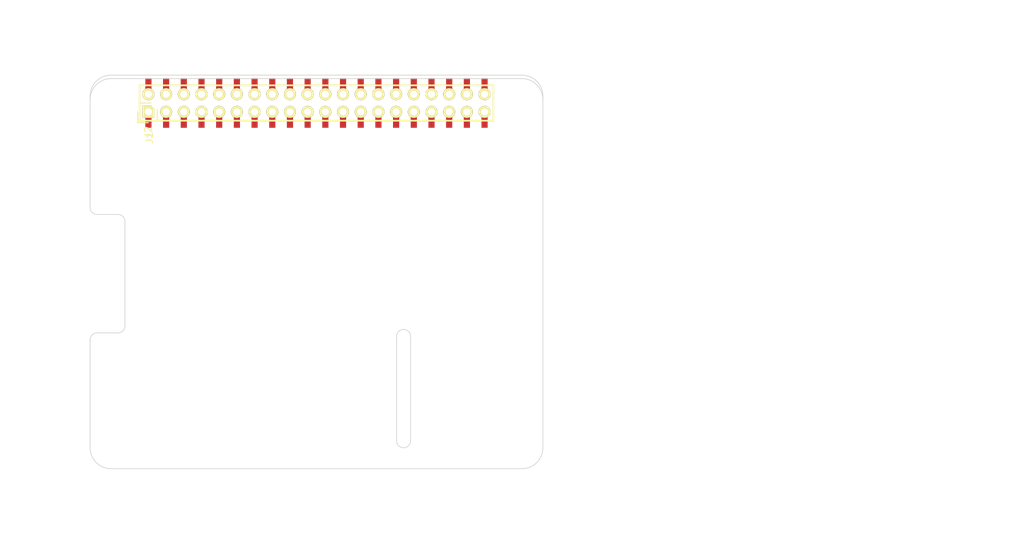
<source format=kicad_pcb>
(kicad_pcb (version 20221018) (generator pcbnew)
  (layers (0 "F.Cu" signal) (31 "B.Cu" signal) (34 "B.Paste" user) (35 "F.Paste" user) (36 "B.SilkS" user "B.Silkscreen") (37 "F.SilkS" user "F.Silkscreen") (38 "B.Mask" user) (39 "F.Mask" user) (44 "Edge.Cuts" user))
  (net 0 "")
  (net 1 "Net-(J1-Pad34)")
  (net 2 "Net-(J1-Pad36)")
  (net 3 "Net-(J1-Pad40)")
  (net 4 "Net-(J1-Pad38)")
  (net 5 "Net-(J1-Pad18)")
  (net 6 "Net-(J1-Pad20)")
  (net 7 "Net-(J1-Pad24)")
  (net 8 "Net-(J1-Pad22)")
  (net 9 "Net-(J1-Pad30)")
  (net 10 "Net-(J1-Pad32)")
  (net 11 "Net-(J1-Pad28)")
  (net 12 "Net-(J1-Pad26)")
  (net 13 "Net-(J1-Pad10)")
  (net 14 "Net-(J1-Pad12)")
  (net 15 "Net-(J1-Pad16)")
  (net 16 "Net-(J1-Pad14)")
  (net 17 "Net-(J1-Pad6)")
  (net 18 "Net-(J1-Pad8)")
  (net 19 "Net-(J1-Pad4)")
  (net 20 "Net-(J1-Pad2)")
  (net 21 "Net-(J1-Pad39)")
  (net 22 "Net-(J1-Pad37)")
  (net 23 "Net-(J1-Pad33)")
  (net 24 "Net-(J1-Pad35)")
  (net 25 "Net-(J1-Pad27)")
  (net 26 "Net-(J1-Pad25)")
  (net 27 "Net-(J1-Pad29)")
  (net 28 "Net-(J1-Pad31)")
  (net 29 "Net-(J1-Pad23)")
  (net 30 "Net-(J1-Pad21)")
  (net 31 "Net-(J1-Pad17)")
  (net 32 "Net-(J1-Pad19)")
  (net 33 "Net-(J1-Pad3)")
  (net 34 "Net-(J1-Pad1)")
  (net 35 "Net-(J1-Pad5)")
  (net 36 "Net-(J1-Pad7)")
  (net 37 "Net-(J1-Pad15)")
  (net 38 "Net-(J1-Pad13)")
  (net 39 "Net-(J1-Pad9)")
  (net 40 "Net-(J1-Pad11)")
  (net 41 "Net-(J2-Pad1)")
  (net 42 "Net-(J2-Pad2)")
  (net 43 "Net-(J2-Pad3)")
  (net 44 "Net-(J2-Pad4)")
  (net 45 "Net-(J2-Pad5)")
  (net 46 "Net-(J2-Pad6)")
  (net 47 "Net-(J2-Pad7)")
  (net 48 "Net-(J2-Pad8)")
  (net 49 "Net-(J2-Pad9)")
  (net 50 "Net-(J2-Pad10)")
  (net 51 "Net-(J2-Pad11)")
  (net 52 "Net-(J2-Pad12)")
  (net 53 "Net-(J2-Pad13)")
  (net 54 "Net-(J2-Pad14)")
  (net 55 "Net-(J2-Pad15)")
  (net 56 "Net-(J2-Pad16)")
  (net 57 "Net-(J2-Pad17)")
  (net 58 "Net-(J2-Pad18)")
  (net 59 "Net-(J2-Pad19)")
  (net 60 "Net-(J2-Pad20)")
  (net 61 "Net-(J2-Pad21)")
  (net 62 "Net-(J2-Pad22)")
  (net 63 "Net-(J2-Pad23)")
  (net 64 "Net-(J2-Pad24)")
  (net 65 "Net-(J2-Pad25)")
  (net 66 "Net-(J2-Pad26)")
  (net 67 "Net-(J2-Pad27)")
  (net 68 "Net-(J2-Pad28)")
  (net 69 "Net-(J2-Pad29)")
  (net 70 "Net-(J2-Pad30)")
  (net 71 "Net-(J2-Pad31)")
  (net 72 "Net-(J2-Pad32)")
  (net 73 "Net-(J2-Pad33)")
  (net 74 "Net-(J2-Pad34)")
  (net 75 "Net-(J2-Pad35)")
  (net 76 "Net-(J2-Pad36)")
  (net 77 "Net-(J2-Pad37)")
  (net 78 "Net-(J2-Pad38)")
  (net 79 "Net-(J2-Pad39)")
  (net 80 "Net-(J2-Pad40)")
  (footprint "RPi_Hat:RPi_Hat_Mounting_Hole" (layer "F.Cu") (at 61.5 4)
    (fp_text reference "" hide)
    (fp_text value "" hide)
    (pad "" np_thru_hole circle locked (at 0 0) (size 2.75 2.75) (drill 2.75) (layers "*.Cu" "*.Mask") (clearance 1.725))
  )
  (footprint "RPi_Hat:RPi_Hat_Mounting_Hole" (layer "F.Cu") (at 3.5 4)
    (fp_text reference "" hide)
    (fp_text value "" hide)
    (pad "" np_thru_hole circle locked (at 0 0) (size 2.75 2.75) (drill 2.75) (layers "*.Cu" "*.Mask") (clearance 1.725))
  )
  (footprint "RPi_Hat:RPi_Hat_Mounting_Hole" (layer "F.Cu") (at 3.5 53)
    (fp_text reference "" hide)
    (fp_text value "" hide)
    (pad "" np_thru_hole circle locked (at 0 0) (size 2.75 2.75) (drill 2.75) (layers "*.Cu" "*.Mask") (clearance 1.725))
  )
  (footprint "RPi_Hat:RPi_Hat_Mounting_Hole" (layer "F.Cu") (at 61.5 53)
    (fp_text reference "" hide)
    (fp_text value "" hide)
    (pad "" np_thru_hole circle locked (at 0 0) (size 2.75 2.75) (drill 2.75) (layers "*.Cu" "*.Mask") (clearance 1.725))
  )
  (footprint "RPi_Hat:Pin_Header_Straight_2x20" (layer "F.Cu") (at 32.5 4 90)
    (fp_text reference "J2" (at -4.191 -24.13 270) (layer "F.SilkS"))
    (fp_text value "RPi_GPIO")
    (fp_line (start -2.82 -25.68) (end -2.82 -24.13) (stroke (width 0.15)) (layer "F.SilkS"))
    (fp_line (start -2.54 -22.86) (end -2.54 25.4) (stroke (width 0.15)) (layer "F.SilkS"))
    (fp_line (start -1.27 -25.68) (end -2.82 -25.68) (stroke (width 0.15)) (layer "F.SilkS"))
    (fp_line (start 0 -25.4) (end 0 -22.86) (stroke (width 0.15)) (layer "F.SilkS"))
    (fp_line (start 0 -22.86) (end -2.54 -22.86) (stroke (width 0.15)) (layer "F.SilkS"))
    (fp_line (start 2.54 -25.4) (end 0 -25.4) (stroke (width 0.15)) (layer "F.SilkS"))
    (fp_line (start 2.54 25.4) (end -2.54 25.4) (stroke (width 0.15)) (layer "F.SilkS"))
    (fp_line (start 2.54 25.4) (end 2.54 -25.4) (stroke (width 0.15)) (layer "F.SilkS"))
    (pad "1" thru_hole rect locked (at -1.27 -24.13 90) (size 1.7272 1.7272) (drill 1.016) (layers "*.Cu" "*.Mask" "F.SilkS") (net 41 "Net-(J2-Pad1)"))
    (pad "2" thru_hole oval locked (at 1.27 -24.13 90) (size 1.7272 1.7272) (drill 1.016) (layers "*.Cu" "*.Mask" "F.SilkS") (net 42 "Net-(J2-Pad2)"))
    (pad "3" thru_hole oval locked (at -1.27 -21.59 90) (size 1.7272 1.7272) (drill 1.016) (layers "*.Cu" "*.Mask" "F.SilkS") (net 43 "Net-(J2-Pad3)"))
    (pad "4" thru_hole oval locked (at 1.27 -21.59 90) (size 1.7272 1.7272) (drill 1.016) (layers "*.Cu" "*.Mask" "F.SilkS") (net 44 "Net-(J2-Pad4)"))
    (pad "5" thru_hole oval locked (at -1.27 -19.05 90) (size 1.7272 1.7272) (drill 1.016) (layers "*.Cu" "*.Mask" "F.SilkS") (net 45 "Net-(J2-Pad5)"))
    (pad "6" thru_hole oval locked (at 1.27 -19.05 90) (size 1.7272 1.7272) (drill 1.016) (layers "*.Cu" "*.Mask" "F.SilkS") (net 46 "Net-(J2-Pad6)"))
    (pad "7" thru_hole oval locked (at -1.27 -16.51 90) (size 1.7272 1.7272) (drill 1.016) (layers "*.Cu" "*.Mask" "F.SilkS") (net 47 "Net-(J2-Pad7)"))
    (pad "8" thru_hole oval locked (at 1.27 -16.51 90) (size 1.7272 1.7272) (drill 1.016) (layers "*.Cu" "*.Mask" "F.SilkS") (net 48 "Net-(J2-Pad8)"))
    (pad "9" thru_hole oval locked (at -1.27 -13.97 90) (size 1.7272 1.7272) (drill 1.016) (layers "*.Cu" "*.Mask" "F.SilkS") (net 49 "Net-(J2-Pad9)"))
    (pad "10" thru_hole oval locked (at 1.27 -13.97 90) (size 1.7272 1.7272) (drill 1.016) (layers "*.Cu" "*.Mask" "F.SilkS") (net 50 "Net-(J2-Pad10)"))
    (pad "11" thru_hole oval locked (at -1.27 -11.43 90) (size 1.7272 1.7272) (drill 1.016) (layers "*.Cu" "*.Mask" "F.SilkS") (net 51 "Net-(J2-Pad11)"))
    (pad "12" thru_hole oval locked (at 1.27 -11.43 90) (size 1.7272 1.7272) (drill 1.016) (layers "*.Cu" "*.Mask" "F.SilkS") (net 52 "Net-(J2-Pad12)"))
    (pad "13" thru_hole oval locked (at -1.27 -8.89 90) (size 1.7272 1.7272) (drill 1.016) (layers "*.Cu" "*.Mask" "F.SilkS") (net 53 "Net-(J2-Pad13)"))
    (pad "14" thru_hole oval locked (at 1.27 -8.89 90) (size 1.7272 1.7272) (drill 1.016) (layers "*.Cu" "*.Mask" "F.SilkS") (net 54 "Net-(J2-Pad14)"))
    (pad "15" thru_hole oval locked (at -1.27 -6.35 90) (size 1.7272 1.7272) (drill 1.016) (layers "*.Cu" "*.Mask" "F.SilkS") (net 55 "Net-(J2-Pad15)"))
    (pad "16" thru_hole oval locked (at 1.27 -6.35 90) (size 1.7272 1.7272) (drill 1.016) (layers "*.Cu" "*.Mask" "F.SilkS") (net 56 "Net-(J2-Pad16)"))
    (pad "17" thru_hole oval locked (at -1.27 -3.81 90) (size 1.7272 1.7272) (drill 1.016) (layers "*.Cu" "*.Mask" "F.SilkS") (net 57 "Net-(J2-Pad17)"))
    (pad "18" thru_hole oval locked (at 1.27 -3.81 90) (size 1.7272 1.7272) (drill 1.016) (layers "*.Cu" "*.Mask" "F.SilkS") (net 58 "Net-(J2-Pad18)"))
    (pad "19" thru_hole oval locked (at -1.27 -1.27 90) (size 1.7272 1.7272) (drill 1.016) (layers "*.Cu" "*.Mask" "F.SilkS") (net 59 "Net-(J2-Pad19)"))
    (pad "20" thru_hole oval locked (at 1.27 -1.27 90) (size 1.7272 1.7272) (drill 1.016) (layers "*.Cu" "*.Mask" "F.SilkS") (net 60 "Net-(J2-Pad20)"))
    (pad "21" thru_hole oval locked (at -1.27 1.27 90) (size 1.7272 1.7272) (drill 1.016) (layers "*.Cu" "*.Mask" "F.SilkS") (net 61 "Net-(J2-Pad21)"))
    (pad "22" thru_hole oval locked (at 1.27 1.27 90) (size 1.7272 1.7272) (drill 1.016) (layers "*.Cu" "*.Mask" "F.SilkS") (net 62 "Net-(J2-Pad22)"))
    (pad "23" thru_hole oval locked (at -1.27 3.81 90) (size 1.7272 1.7272) (drill 1.016) (layers "*.Cu" "*.Mask" "F.SilkS") (net 63 "Net-(J2-Pad23)"))
    (pad "24" thru_hole oval locked (at 1.27 3.81 90) (size 1.7272 1.7272) (drill 1.016) (layers "*.Cu" "*.Mask" "F.SilkS") (net 64 "Net-(J2-Pad24)"))
    (pad "25" thru_hole oval locked (at -1.27 6.35 90) (size 1.7272 1.7272) (drill 1.016) (layers "*.Cu" "*.Mask" "F.SilkS") (net 65 "Net-(J2-Pad25)"))
    (pad "26" thru_hole oval locked (at 1.27 6.35 90) (size 1.7272 1.7272) (drill 1.016) (layers "*.Cu" "*.Mask" "F.SilkS") (net 66 "Net-(J2-Pad26)"))
    (pad "27" thru_hole oval locked (at -1.27 8.89 90) (size 1.7272 1.7272) (drill 1.016) (layers "*.Cu" "*.Mask" "F.SilkS") (net 67 "Net-(J2-Pad27)"))
    (pad "28" thru_hole oval locked (at 1.27 8.89 90) (size 1.7272 1.7272) (drill 1.016) (layers "*.Cu" "*.Mask" "F.SilkS") (net 68 "Net-(J2-Pad28)"))
    (pad "29" thru_hole oval locked (at -1.27 11.43 90) (size 1.7272 1.7272) (drill 1.016) (layers "*.Cu" "*.Mask" "F.SilkS") (net 69 "Net-(J2-Pad29)"))
    (pad "30" thru_hole oval locked (at 1.27 11.43 90) (size 1.7272 1.7272) (drill 1.016) (layers "*.Cu" "*.Mask" "F.SilkS") (net 70 "Net-(J2-Pad30)"))
    (pad "31" thru_hole oval locked (at -1.27 13.97 90) (size 1.7272 1.7272) (drill 1.016) (layers "*.Cu" "*.Mask" "F.SilkS") (net 71 "Net-(J2-Pad31)"))
    (pad "32" thru_hole oval locked (at 1.27 13.97 90) (size 1.7272 1.7272) (drill 1.016) (layers "*.Cu" "*.Mask" "F.SilkS") (net 72 "Net-(J2-Pad32)"))
    (pad "33" thru_hole oval locked (at -1.27 16.51 90) (size 1.7272 1.7272) (drill 1.016) (layers "*.Cu" "*.Mask" "F.SilkS") (net 73 "Net-(J2-Pad33)"))
    (pad "34" thru_hole oval locked (at 1.27 16.51 90) (size 1.7272 1.7272) (drill 1.016) (layers "*.Cu" "*.Mask" "F.SilkS") (net 74 "Net-(J2-Pad34)"))
    (pad "35" thru_hole oval locked (at -1.27 19.05 90) (size 1.7272 1.7272) (drill 1.016) (layers "*.Cu" "*.Mask" "F.SilkS") (net 75 "Net-(J2-Pad35)"))
    (pad "36" thru_hole oval locked (at 1.27 19.05 90) (size 1.7272 1.7272) (drill 1.016) (layers "*.Cu" "*.Mask" "F.SilkS") (net 76 "Net-(J2-Pad36)"))
    (pad "37" thru_hole oval locked (at -1.27 21.59 90) (size 1.7272 1.7272) (drill 1.016) (layers "*.Cu" "*.Mask" "F.SilkS") (net 77 "Net-(J2-Pad37)"))
    (pad "38" thru_hole oval locked (at 1.27 21.59 90) (size 1.7272 1.7272) (drill 1.016) (layers "*.Cu" "*.Mask" "F.SilkS") (net 78 "Net-(J2-Pad38)"))
    (pad "39" thru_hole oval locked (at -1.27 24.13 90) (size 1.7272 1.7272) (drill 1.016) (layers "*.Cu" "*.Mask" "F.SilkS") (net 79 "Net-(J2-Pad39)"))
    (pad "40" thru_hole oval locked (at 1.27 24.13 90) (size 1.7272 1.7272) (drill 1.016) (layers "*.Cu" "*.Mask" "F.SilkS") (net 80 "Net-(J2-Pad40)"))
  )
  (footprint "RPi_Hat:Samtec_HLE-120-02-XXX-DV-BE-XX-XX" (layer "F.Cu") (at 32.5 4 90)
    (fp_text reference "J1" (at -5 -24 90) (layer "F.SilkS"))
    (fp_text value "RPi_GPIO")
    (fp_line (start -2.54 -25.4) (end 2.54 -25.4) (stroke (width 0.254)) (layer "F.SilkS"))
    (fp_line (start -2.54 25.4) (end -2.54 -25.4) (stroke (width 0.254)) (layer "F.SilkS"))
    (fp_line (start 2.54 -25.4) (end 2.54 25.4) (stroke (width 0.254)) (layer "F.SilkS"))
    (fp_line (start 2.54 25.4) (end -2.54 25.4) (stroke (width 0.254)) (layer "F.SilkS"))
    (pad "" np_thru_hole circle locked (at -1.27 -24.13) (size 0.9652 0.9652) (drill 0.9652) (layers "*.Cu" "*.Mask" "F.SilkS"))
    (pad "" np_thru_hole circle locked (at -1.27 -21.59) (size 0.9652 0.9652) (drill 0.9652) (layers "*.Cu" "*.Mask" "F.SilkS"))
    (pad "" np_thru_hole circle locked (at -1.27 -19.05) (size 0.9652 0.9652) (drill 0.9652) (layers "*.Cu" "*.Mask" "F.SilkS"))
    (pad "" np_thru_hole circle locked (at -1.27 -16.51) (size 0.9652 0.9652) (drill 0.9652) (layers "*.Cu" "*.Mask" "F.SilkS"))
    (pad "" np_thru_hole circle locked (at -1.27 -13.97) (size 0.9652 0.9652) (drill 0.9652) (layers "*.Cu" "*.Mask" "F.SilkS"))
    (pad "" np_thru_hole circle locked (at -1.27 -11.43) (size 0.9652 0.9652) (drill 0.9652) (layers "*.Cu" "*.Mask" "F.SilkS"))
    (pad "" np_thru_hole circle locked (at -1.27 -8.89) (size 0.9652 0.9652) (drill 0.9652) (layers "*.Cu" "*.Mask" "F.SilkS"))
    (pad "" np_thru_hole circle locked (at -1.27 -6.35) (size 0.9652 0.9652) (drill 0.9652) (layers "*.Cu" "*.Mask" "F.SilkS"))
    (pad "" np_thru_hole circle locked (at -1.27 -3.81) (size 0.9652 0.9652) (drill 0.9652) (layers "*.Cu" "*.Mask" "F.SilkS"))
    (pad "" np_thru_hole circle locked (at -1.27 -1.27) (size 0.9652 0.9652) (drill 0.9652) (layers "*.Cu" "*.Mask" "F.SilkS"))
    (pad "" np_thru_hole circle locked (at -1.27 1.27) (size 0.9652 0.9652) (drill 0.9652) (layers "*.Cu" "*.Mask" "F.SilkS"))
    (pad "" np_thru_hole circle locked (at -1.27 3.81) (size 0.9652 0.9652) (drill 0.9652) (layers "*.Cu" "*.Mask" "F.SilkS"))
    (pad "" np_thru_hole circle locked (at -1.27 6.35) (size 0.9652 0.9652) (drill 0.9652) (layers "*.Cu" "*.Mask" "F.SilkS"))
    (pad "" np_thru_hole circle locked (at -1.27 8.89) (size 0.9652 0.9652) (drill 0.9652) (layers "*.Cu" "*.Mask" "F.SilkS"))
    (pad "" np_thru_hole circle locked (at -1.27 11.43) (size 0.9652 0.9652) (drill 0.9652) (layers "*.Cu" "*.Mask" "F.SilkS"))
    (pad "" np_thru_hole circle locked (at -1.27 13.97) (size 0.9652 0.9652) (drill 0.9652) (layers "*.Cu" "*.Mask" "F.SilkS"))
    (pad "" np_thru_hole circle locked (at -1.27 16.51) (size 0.9652 0.9652) (drill 0.9652) (layers "*.Cu" "*.Mask" "F.SilkS"))
    (pad "" np_thru_hole circle locked (at -1.27 19.05) (size 0.9652 0.9652) (drill 0.9652) (layers "*.Cu" "*.Mask" "F.SilkS"))
    (pad "" np_thru_hole circle locked (at -1.27 21.59) (size 0.9652 0.9652) (drill 0.9652) (layers "*.Cu" "*.Mask" "F.SilkS"))
    (pad "" np_thru_hole circle locked (at -1.27 24.13) (size 0.9652 0.9652) (drill 0.9652) (layers "*.Cu" "*.Mask" "F.SilkS"))
    (pad "" np_thru_hole circle locked (at 0 -22.86) (size 1.778 1.778) (drill 1.778) (layers "*.Cu" "*.Mask" "F.SilkS"))
    (pad "" np_thru_hole circle locked (at 0 22.86) (size 1.778 1.778) (drill 1.778) (layers "*.Cu" "*.Mask" "F.SilkS"))
    (pad "" np_thru_hole circle locked (at 1.27 -24.13) (size 0.9652 0.9652) (drill 0.9652) (layers "*.Cu" "*.Mask" "F.SilkS"))
    (pad "" np_thru_hole circle locked (at 1.27 -21.59) (size 0.9652 0.9652) (drill 0.9652) (layers "*.Cu" "*.Mask" "F.SilkS"))
    (pad "" np_thru_hole circle locked (at 1.27 -19.05) (size 0.9652 0.9652) (drill 0.9652) (layers "*.Cu" "*.Mask" "F.SilkS"))
    (pad "" np_thru_hole circle locked (at 1.27 -16.51) (size 0.9652 0.9652) (drill 0.9652) (layers "*.Cu" "*.Mask" "F.SilkS"))
    (pad "" np_thru_hole circle locked (at 1.27 -13.97) (size 0.9652 0.9652) (drill 0.9652) (layers "*.Cu" "*.Mask" "F.SilkS"))
    (pad "" np_thru_hole circle locked (at 1.27 -11.43) (size 0.9652 0.9652) (drill 0.9652) (layers "*.Cu" "*.Mask" "F.SilkS"))
    (pad "" np_thru_hole circle locked (at 1.27 -8.89) (size 0.9652 0.9652) (drill 0.9652) (layers "*.Cu" "*.Mask" "F.SilkS"))
    (pad "" np_thru_hole circle locked (at 1.27 -6.35) (size 0.9652 0.9652) (drill 0.9652) (layers "*.Cu" "*.Mask" "F.SilkS"))
    (pad "" np_thru_hole circle locked (at 1.27 -3.81) (size 0.9652 0.9652) (drill 0.9652) (layers "*.Cu" "*.Mask" "F.SilkS"))
    (pad "" np_thru_hole circle locked (at 1.27 -1.27) (size 0.9652 0.9652) (drill 0.9652) (layers "*.Cu" "*.Mask" "F.SilkS"))
    (pad "" np_thru_hole circle locked (at 1.27 1.27) (size 0.9652 0.9652) (drill 0.9652) (layers "*.Cu" "*.Mask" "F.SilkS"))
    (pad "" np_thru_hole circle locked (at 1.27 3.81) (size 0.9652 0.9652) (drill 0.9652) (layers "*.Cu" "*.Mask" "F.SilkS"))
    (pad "" np_thru_hole circle locked (at 1.27 6.35) (size 0.9652 0.9652) (drill 0.9652) (layers "*.Cu" "*.Mask" "F.SilkS"))
    (pad "" np_thru_hole circle locked (at 1.27 8.89) (size 0.9652 0.9652) (drill 0.9652) (layers "*.Cu" "*.Mask" "F.SilkS"))
    (pad "" np_thru_hole circle locked (at 1.27 11.43) (size 0.9652 0.9652) (drill 0.9652) (layers "*.Cu" "*.Mask" "F.SilkS"))
    (pad "" np_thru_hole circle locked (at 1.27 13.97) (size 0.9652 0.9652) (drill 0.9652) (layers "*.Cu" "*.Mask" "F.SilkS"))
    (pad "" np_thru_hole circle locked (at 1.27 16.51) (size 0.9652 0.9652) (drill 0.9652) (layers "*.Cu" "*.Mask" "F.SilkS"))
    (pad "" np_thru_hole circle locked (at 1.27 19.05) (size 0.9652 0.9652) (drill 0.9652) (layers "*.Cu" "*.Mask" "F.SilkS"))
    (pad "" np_thru_hole circle locked (at 1.27 21.59) (size 0.9652 0.9652) (drill 0.9652) (layers "*.Cu" "*.Mask" "F.SilkS"))
    (pad "" np_thru_hole circle locked (at 1.27 24.13) (size 0.9652 0.9652) (drill 0.9652) (layers "*.Cu" "*.Mask" "F.SilkS"))
    (pad "1" smd rect locked (at -2.7178 -24.13 180) (size 0.889 1.6764) (layers "F.Cu" "F.Paste" "F.Mask") (net 34 "Net-(J1-Pad1)"))
    (pad "2" smd rect locked (at 2.7178 -24.13 180) (size 0.889 1.6764) (layers "F.Cu" "F.Paste" "F.Mask") (net 20 "Net-(J1-Pad2)"))
    (pad "3" smd rect locked (at -2.7178 -21.59 180) (size 0.889 1.6764) (layers "F.Cu" "F.Paste" "F.Mask") (net 33 "Net-(J1-Pad3)"))
    (pad "4" smd rect locked (at 2.7178 -21.59 180) (size 0.889 1.6764) (layers "F.Cu" "F.Paste" "F.Mask") (net 19 "Net-(J1-Pad4)"))
    (pad "5" smd rect locked (at -2.7178 -19.05 180) (size 0.889 1.6764) (layers "F.Cu" "F.Paste" "F.Mask") (net 35 "Net-(J1-Pad5)"))
    (pad "6" smd rect locked (at 2.7178 -19.05 180) (size 0.889 1.6764) (layers "F.Cu" "F.Paste" "F.Mask") (net 17 "Net-(J1-Pad6)"))
    (pad "7" smd rect locked (at -2.7178 -16.51 180) (size 0.889 1.6764) (layers "F.Cu" "F.Paste" "F.Mask") (net 36 "Net-(J1-Pad7)"))
    (pad "8" smd rect locked (at 2.7178 -16.51 180) (size 0.889 1.6764) (layers "F.Cu" "F.Paste" "F.Mask") (net 18 "Net-(J1-Pad8)"))
    (pad "9" smd rect locked (at -2.7178 -13.97 180) (size 0.889 1.6764) (layers "F.Cu" "F.Paste" "F.Mask") (net 39 "Net-(J1-Pad9)"))
    (pad "10" smd rect locked (at 2.7178 -13.97 180) (size 0.889 1.6764) (layers "F.Cu" "F.Paste" "F.Mask") (net 13 "Net-(J1-Pad10)"))
    (pad "11" smd rect locked (at -2.7178 -11.43 180) (size 0.889 1.6764) (layers "F.Cu" "F.Paste" "F.Mask") (net 40 "Net-(J1-Pad11)"))
    (pad "12" smd rect locked (at 2.7178 -11.43 180) (size 0.889 1.6764) (layers "F.Cu" "F.Paste" "F.Mask") (net 14 "Net-(J1-Pad12)"))
    (pad "13" smd rect locked (at -2.7178 -8.89 180) (size 0.889 1.6764) (layers "F.Cu" "F.Paste" "F.Mask") (net 38 "Net-(J1-Pad13)"))
    (pad "14" smd rect locked (at 2.7178 -8.89 180) (size 0.889 1.6764) (layers "F.Cu" "F.Paste" "F.Mask") (net 16 "Net-(J1-Pad14)"))
    (pad "15" smd rect locked (at -2.7178 -6.35 180) (size 0.889 1.6764) (layers "F.Cu" "F.Paste" "F.Mask") (net 37 "Net-(J1-Pad15)"))
    (pad "16" smd rect locked (at 2.7178 -6.35 180) (size 0.889 1.6764) (layers "F.Cu" "F.Paste" "F.Mask") (net 15 "Net-(J1-Pad16)"))
    (pad "17" smd rect locked (at -2.7178 -3.81 180) (size 0.889 1.6764) (layers "F.Cu" "F.Paste" "F.Mask") (net 31 "Net-(J1-Pad17)"))
    (pad "18" smd rect locked (at 2.7178 -3.81 180) (size 0.889 1.6764) (layers "F.Cu" "F.Paste" "F.Mask") (net 5 "Net-(J1-Pad18)"))
    (pad "19" smd rect locked (at -2.7178 -1.27 180) (size 0.889 1.6764) (layers "F.Cu" "F.Paste" "F.Mask") (net 32 "Net-(J1-Pad19)"))
    (pad "20" smd rect locked (at 2.7178 -1.27 180) (size 0.889 1.6764) (layers "F.Cu" "F.Paste" "F.Mask") (net 6 "Net-(J1-Pad20)"))
    (pad "21" smd rect locked (at -2.7178 1.27 180) (size 0.889 1.6764) (layers "F.Cu" "F.Paste" "F.Mask") (net 30 "Net-(J1-Pad21)"))
    (pad "22" smd rect locked (at 2.7178 1.27 180) (size 0.889 1.6764) (layers "F.Cu" "F.Paste" "F.Mask") (net 8 "Net-(J1-Pad22)"))
    (pad "23" smd rect locked (at -2.7178 3.81 180) (size 0.889 1.6764) (layers "F.Cu" "F.Paste" "F.Mask") (net 29 "Net-(J1-Pad23)"))
    (pad "24" smd rect locked (at 2.7178 3.81 180) (size 0.889 1.6764) (layers "F.Cu" "F.Paste" "F.Mask") (net 7 "Net-(J1-Pad24)"))
    (pad "25" smd rect locked (at -2.7178 6.35 180) (size 0.889 1.6764) (layers "F.Cu" "F.Paste" "F.Mask") (net 26 "Net-(J1-Pad25)"))
    (pad "26" smd rect locked (at 2.7178 6.35 180) (size 0.889 1.6764) (layers "F.Cu" "F.Paste" "F.Mask") (net 12 "Net-(J1-Pad26)"))
    (pad "27" smd rect locked (at -2.7178 8.89 180) (size 0.889 1.6764) (layers "F.Cu" "F.Paste" "F.Mask") (net 25 "Net-(J1-Pad27)"))
    (pad "28" smd rect locked (at 2.7178 8.89 180) (size 0.889 1.6764) (layers "F.Cu" "F.Paste" "F.Mask") (net 11 "Net-(J1-Pad28)"))
    (pad "29" smd rect locked (at -2.7178 11.43 180) (size 0.889 1.6764) (layers "F.Cu" "F.Paste" "F.Mask") (net 27 "Net-(J1-Pad29)"))
    (pad "30" smd rect locked (at 2.7178 11.43 180) (size 0.889 1.6764) (layers "F.Cu" "F.Paste" "F.Mask") (net 9 "Net-(J1-Pad30)"))
    (pad "31" smd rect locked (at -2.7178 13.97 180) (size 0.889 1.6764) (layers "F.Cu" "F.Paste" "F.Mask") (net 28 "Net-(J1-Pad31)"))
    (pad "32" smd rect locked (at 2.7178 13.97 180) (size 0.889 1.6764) (layers "F.Cu" "F.Paste" "F.Mask") (net 10 "Net-(J1-Pad32)"))
    (pad "33" smd rect locked (at -2.7178 16.51 180) (size 0.889 1.6764) (layers "F.Cu" "F.Paste" "F.Mask") (net 23 "Net-(J1-Pad33)"))
    (pad "34" smd rect locked (at 2.7178 16.51 180) (size 0.889 1.6764) (layers "F.Cu" "F.Paste" "F.Mask") (net 1 "Net-(J1-Pad34)"))
    (pad "35" smd rect locked (at -2.7178 19.05 180) (size 0.889 1.6764) (layers "F.Cu" "F.Paste" "F.Mask") (net 24 "Net-(J1-Pad35)"))
    (pad "36" smd rect locked (at 2.7178 19.05 180) (size 0.889 1.6764) (layers "F.Cu" "F.Paste" "F.Mask") (net 2 "Net-(J1-Pad36)"))
    (pad "37" smd rect locked (at -2.7178 21.59 180) (size 0.889 1.6764) (layers "F.Cu" "F.Paste" "F.Mask") (net 22 "Net-(J1-Pad37)"))
    (pad "38" smd rect locked (at 2.7178 21.59 180) (size 0.889 1.6764) (layers "F.Cu" "F.Paste" "F.Mask") (net 4 "Net-(J1-Pad38)"))
    (pad "39" smd rect locked (at -2.7178 24.13 180) (size 0.889 1.6764) (layers "F.Cu" "F.Paste" "F.Mask") (net 21 "Net-(J1-Pad39)"))
    (pad "40" smd rect locked (at 2.7178 24.13 180) (size 0.889 1.6764) (layers "F.Cu" "F.Paste" "F.Mask") (net 3 "Net-(J1-Pad40)"))
  )
  (gr_arc (start 62 0) (mid 64.12132 0.87868) (end 65 3) (stroke (width 0.1)) (layer "Edge.Cuts"))
  (gr_arc (start 0 3) (mid 0.87868 0.87868) (end 3 0) (stroke (width 0.1)) (layer "Edge.Cuts"))
  (gr_arc (start 3 56.5) (mid 0.87868 55.62132) (end 0 53.5) (stroke (width 0.1)) (layer "Edge.Cuts"))
  (gr_arc (start 65 53.5) (mid 64.12132 55.62132) (end 62 56.5) (stroke (width 0.1)) (layer "Edge.Cuts"))
  (gr_arc (start 1 20) (mid 0.292893 19.707107) (end 0 19) (stroke (width 0.1)) (layer "Edge.Cuts"))
  (gr_arc (start 4 20) (mid 4.707107 20.292893) (end 5 21) (stroke (width 0.1)) (layer "Edge.Cuts"))
  (gr_arc (start 5 36) (mid 4.707107 36.707107) (end 4 37) (stroke (width 0.1)) (layer "Edge.Cuts"))
  (gr_arc (start 0 38) (mid 0.292893 37.292893) (end 1 37) (stroke (width 0.1)) (layer "Edge.Cuts"))
  (gr_line (start 46 37.5) (end 46 52.5) (stroke (width 0.1)) (layer "Edge.Cuts"))
  (gr_arc (start 46 52.5) (mid 45 53.5) (end 44 52.5) (stroke (width 0.1)) (layer "Edge.Cuts"))
  (gr_arc (start 0 3.5) (mid 0.87868 1.37868) (end 3 0.5) (stroke (width 0.1)) (layer "Edge.Cuts"))
  (gr_line (start 3 0.5) (end 62 0.5) (stroke (width 0.1)) (layer "Edge.Cuts"))
  (gr_arc (start 62 0.5) (mid 64.12132 1.37868) (end 65 3.5) (stroke (width 0.1)) (layer "Edge.Cuts"))
  (gr_line (start 3 56.5) (end 62 56.5) (stroke (width 0.1)) (layer "Edge.Cuts"))
  (gr_line (start 44 37.5) (end 44 52.5) (stroke (width 0.1)) (layer "Edge.Cuts"))
  (gr_line (start 65 3) (end 65 53.5) (stroke (width 0.1)) (layer "Edge.Cuts"))
  (gr_line (start 1 20) (end 4 20) (stroke (width 0.1)) (layer "Edge.Cuts"))
  (gr_line (start 1 37) (end 4 37) (stroke (width 0.1)) (layer "Edge.Cuts"))
  (gr_line (start 0 3) (end 0 19) (stroke (width 0.1)) (layer "Edge.Cuts"))
  (gr_arc (start 44 37.5) (mid 45 36.5) (end 46 37.5) (stroke (width 0.1)) (layer "Edge.Cuts"))
  (gr_line (start 5 21) (end 5 36) (stroke (width 0.1)) (layer "Edge.Cuts"))
  (gr_line (start 3 0) (end 62 0) (stroke (width 0.1)) (layer "Edge.Cuts"))
  (gr_line (start 0 38) (end 0 53.5) (stroke (width 0.1)) (layer "Edge.Cuts"))
)
</source>
